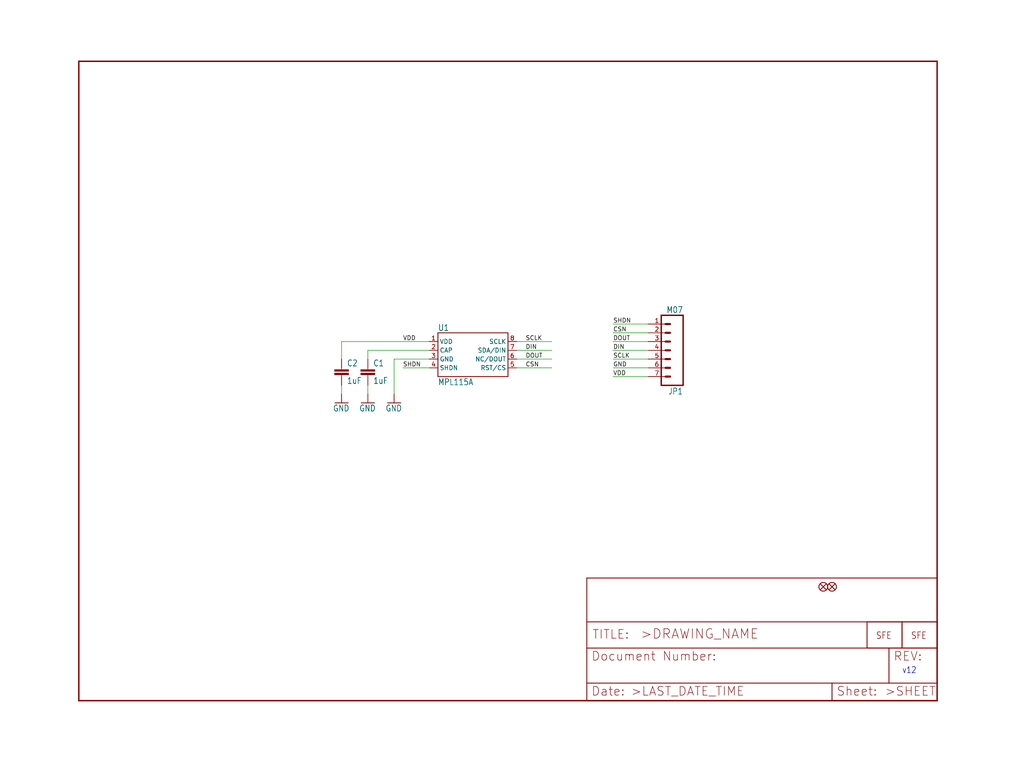
<source format=kicad_sch>
(kicad_sch (version 20211123) (generator eeschema)
  (paper "User" 297.002 223.926)
  (lib_symbols
    (symbol "eagleSchem-eagle-import:CAP0603-CAP"
      (property "Reference" "C" (at 1.524 2.921 0))
      (property "Value" "CAP0603-CAP" (at 1.524 -2.159 0))
      (symbol "CAP0603-CAP_1_0"
        (rectangle (start -2.032 0.508) (end 2.032 1.016) (fill (type outline)))
        (rectangle (start -2.032 1.524) (end 2.032 2.032) (fill (type outline)))
        (polyline (pts (xy 0 0) (xy 0 0.508)) (stroke (width 0.1524)))
        (polyline (pts (xy 0 2.54) (xy 0 2.032)) (stroke (width 0.1524)))
        (pin passive line (at 0 5.08 270) (length 2.54) (name "1") (number "1"))
        (pin passive line (at 0 -2.54 90) (length 2.54) (name "2") (number "2"))
      )
    )
    (symbol "eagleSchem-eagle-import:FIDUCIALUFIDUCIAL"
      (symbol "FIDUCIALUFIDUCIAL_1_0"
        (polyline (pts (xy -0.762 0.762) (xy 0.762 -0.762)) (stroke (width 0.254)))
        (polyline (pts (xy 0.762 0.762) (xy -0.762 -0.762)) (stroke (width 0.254)))
        (circle (center 0 0) (radius 1.27) (stroke (width 0.254)))
      )
    )
    (symbol "eagleSchem-eagle-import:FRAME-LETTER"
      (symbol "FRAME-LETTER_1_0"
        (polyline (pts (xy 0 0) (xy 248.92 0)) (stroke (width 0.4064)))
        (polyline (pts (xy 0 185.42) (xy 0 0)) (stroke (width 0.4064)))
        (polyline (pts (xy 0 185.42) (xy 248.92 185.42)) (stroke (width 0.4064)))
        (polyline (pts (xy 248.92 185.42) (xy 248.92 0)) (stroke (width 0.4064)))
      )
      (symbol "FRAME-LETTER_2_0"
        (polyline (pts (xy 0 0) (xy 0 5.08)) (stroke (width 0.254)))
        (polyline (pts (xy 0 0) (xy 71.12 0)) (stroke (width 0.254)))
        (polyline (pts (xy 0 5.08) (xy 0 15.24)) (stroke (width 0.254)))
        (polyline (pts (xy 0 5.08) (xy 71.12 5.08)) (stroke (width 0.254)))
        (polyline (pts (xy 0 15.24) (xy 0 22.86)) (stroke (width 0.254)))
        (polyline (pts (xy 0 22.86) (xy 0 35.56)) (stroke (width 0.254)))
        (polyline (pts (xy 0 22.86) (xy 101.6 22.86)) (stroke (width 0.254)))
        (polyline (pts (xy 71.12 0) (xy 101.6 0)) (stroke (width 0.254)))
        (polyline (pts (xy 71.12 5.08) (xy 71.12 0)) (stroke (width 0.254)))
        (polyline (pts (xy 71.12 5.08) (xy 87.63 5.08)) (stroke (width 0.254)))
        (polyline (pts (xy 87.63 5.08) (xy 101.6 5.08)) (stroke (width 0.254)))
        (polyline (pts (xy 87.63 15.24) (xy 0 15.24)) (stroke (width 0.254)))
        (polyline (pts (xy 87.63 15.24) (xy 87.63 5.08)) (stroke (width 0.254)))
        (polyline (pts (xy 101.6 5.08) (xy 101.6 0)) (stroke (width 0.254)))
        (polyline (pts (xy 101.6 15.24) (xy 87.63 15.24)) (stroke (width 0.254)))
        (polyline (pts (xy 101.6 15.24) (xy 101.6 5.08)) (stroke (width 0.254)))
        (polyline (pts (xy 101.6 22.86) (xy 101.6 15.24)) (stroke (width 0.254)))
        (polyline (pts (xy 101.6 35.56) (xy 0 35.56)) (stroke (width 0.254)))
        (polyline (pts (xy 101.6 35.56) (xy 101.6 22.86)) (stroke (width 0.254)))
        (text ">DRAWING_NAME" (at 15.494 17.78 0) (effects (font (size 2.7432 2.7432)) (justify left bottom)))
        (text ">LAST_DATE_TIME" (at 12.7 1.27 0) (effects (font (size 2.54 2.54)) (justify left bottom)))
        (text ">SHEET" (at 86.36 1.27 0) (effects (font (size 2.54 2.54)) (justify left bottom)))
        (text "Date:" (at 1.27 1.27 0) (effects (font (size 2.54 2.54)) (justify left bottom)))
        (text "Document Number:" (at 1.27 11.43 0) (effects (font (size 2.54 2.54)) (justify left bottom)))
        (text "REV:" (at 88.9 11.43 0) (effects (font (size 2.54 2.54)) (justify left bottom)))
        (text "Sheet:" (at 72.39 1.27 0) (effects (font (size 2.54 2.54)) (justify left bottom)))
        (text "TITLE:" (at 1.524 17.78 0) (effects (font (size 2.54 2.54)) (justify left bottom)))
      )
    )
    (symbol "eagleSchem-eagle-import:GND" (power)
      (property "Value" "GND" (at -2.54 -2.54 0))
      (symbol "GND_1_0"
        (polyline (pts (xy -1.905 0) (xy 1.905 0)) (stroke (width 0.254)))
        (pin power_in line (at 0 2.54 270) (length 2.54) (name "GND") (number "1"))
      )
    )
    (symbol "eagleSchem-eagle-import:LOGO-SFENW2"
      (symbol "LOGO-SFENW2_1_0"
        (polyline (pts (xy -2.54 -2.54) (xy 7.62 -2.54)) (stroke (width 0.254)))
        (polyline (pts (xy -2.54 5.08) (xy -2.54 -2.54)) (stroke (width 0.254)))
        (polyline (pts (xy 7.62 -2.54) (xy 7.62 5.08)) (stroke (width 0.254)))
        (polyline (pts (xy 7.62 5.08) (xy -2.54 5.08)) (stroke (width 0.254)))
        (text "SFE" (at 0 0 0) (effects (font (size 1.9304 1.6408)) (justify left bottom)))
      )
    )
    (symbol "eagleSchem-eagle-import:LOGO-SFESK"
      (symbol "LOGO-SFESK_1_0"
        (polyline (pts (xy -2.54 -2.54) (xy 7.62 -2.54)) (stroke (width 0.254)))
        (polyline (pts (xy -2.54 5.08) (xy -2.54 -2.54)) (stroke (width 0.254)))
        (polyline (pts (xy 7.62 -2.54) (xy 7.62 5.08)) (stroke (width 0.254)))
        (polyline (pts (xy 7.62 5.08) (xy -2.54 5.08)) (stroke (width 0.254)))
        (text "SFE" (at 0 0 0) (effects (font (size 1.9304 1.6408)) (justify left bottom)))
      )
    )
    (symbol "eagleSchem-eagle-import:M07"
      (property "Reference" "JP" (at -5.08 13.462 0))
      (property "Value" "M07" (at -5.08 -10.16 0))
      (symbol "M07_1_0"
        (polyline (pts (xy -5.08 12.7) (xy -5.08 -7.62)) (stroke (width 0.4064)))
        (polyline (pts (xy -5.08 12.7) (xy 1.27 12.7)) (stroke (width 0.4064)))
        (polyline (pts (xy -1.27 -5.08) (xy 0 -5.08)) (stroke (width 0.6096)))
        (polyline (pts (xy -1.27 -2.54) (xy 0 -2.54)) (stroke (width 0.6096)))
        (polyline (pts (xy -1.27 0) (xy 0 0)) (stroke (width 0.6096)))
        (polyline (pts (xy -1.27 2.54) (xy 0 2.54)) (stroke (width 0.6096)))
        (polyline (pts (xy -1.27 5.08) (xy 0 5.08)) (stroke (width 0.6096)))
        (polyline (pts (xy -1.27 7.62) (xy 0 7.62)) (stroke (width 0.6096)))
        (polyline (pts (xy -1.27 10.16) (xy 0 10.16)) (stroke (width 0.6096)))
        (polyline (pts (xy 1.27 -7.62) (xy -5.08 -7.62)) (stroke (width 0.4064)))
        (polyline (pts (xy 1.27 -7.62) (xy 1.27 12.7)) (stroke (width 0.4064)))
        (pin passive line (at 5.08 -5.08 180) (length 5.08) (name "1") (number "1"))
        (pin passive line (at 5.08 -2.54 180) (length 5.08) (name "2") (number "2"))
        (pin passive line (at 5.08 0 180) (length 5.08) (name "3") (number "3"))
        (pin passive line (at 5.08 2.54 180) (length 5.08) (name "4") (number "4"))
        (pin passive line (at 5.08 5.08 180) (length 5.08) (name "5") (number "5"))
        (pin passive line (at 5.08 7.62 180) (length 5.08) (name "6") (number "6"))
        (pin passive line (at 5.08 10.16 180) (length 5.08) (name "7") (number "7"))
      )
    )
    (symbol "eagleSchem-eagle-import:MPL115A"
      (property "Reference" "U" (at -10.16 5.588 0))
      (property "Value" "MPL115A" (at -10.16 -10.16 0))
      (symbol "MPL115A_1_0"
        (polyline (pts (xy -10.16 -7.62) (xy 10.16 -7.62)) (stroke (width 0.254)))
        (polyline (pts (xy -10.16 5.08) (xy -10.16 -7.62)) (stroke (width 0.254)))
        (polyline (pts (xy 10.16 -7.62) (xy 10.16 5.08)) (stroke (width 0.254)))
        (polyline (pts (xy 10.16 5.08) (xy -10.16 5.08)) (stroke (width 0.254)))
        (pin bidirectional line (at -12.7 2.54 0) (length 2.54) (name "VDD") (number "1"))
        (pin bidirectional line (at -12.7 0 0) (length 2.54) (name "CAP") (number "2"))
        (pin bidirectional line (at -12.7 -2.54 0) (length 2.54) (name "GND") (number "3"))
        (pin bidirectional line (at -12.7 -5.08 0) (length 2.54) (name "SHDN") (number "4"))
        (pin bidirectional line (at 12.7 -5.08 180) (length 2.54) (name "RST/CS") (number "5"))
        (pin bidirectional line (at 12.7 -2.54 180) (length 2.54) (name "NC/DOUT") (number "6"))
        (pin bidirectional line (at 12.7 0 180) (length 2.54) (name "SDA/DIN") (number "7"))
        (pin bidirectional line (at 12.7 2.54 180) (length 2.54) (name "SCLK") (number "8"))
      )
    )
  )
  (wire (pts (xy 124.46 104.14) (xy 114.3 104.14)))
  (wire (pts (xy 149.86 104.14) (xy 160.02 104.14)))
  (wire (pts (xy 99.06 99.06) (xy 124.46 99.06)))
  (wire (pts (xy 106.68 104.14) (xy 106.68 101.6)))
  (wire (pts (xy 187.96 101.6) (xy 177.8 101.6)))
  (wire (pts (xy 149.86 101.6) (xy 160.02 101.6)))
  (wire (pts (xy 99.06 114.3) (xy 99.06 111.76)))
  (wire (pts (xy 149.86 99.06) (xy 160.02 99.06)))
  (wire (pts (xy 187.96 99.06) (xy 177.8 99.06)))
  (wire (pts (xy 106.68 114.3) (xy 106.68 111.76)))
  (wire (pts (xy 187.96 93.98) (xy 177.8 93.98)))
  (wire (pts (xy 116.84 106.68) (xy 124.46 106.68)))
  (wire (pts (xy 149.86 106.68) (xy 160.02 106.68)))
  (wire (pts (xy 114.3 104.14) (xy 114.3 114.3)))
  (wire (pts (xy 187.96 109.22) (xy 177.8 109.22)))
  (wire (pts (xy 187.96 104.14) (xy 177.8 104.14)))
  (wire (pts (xy 187.96 96.52) (xy 177.8 96.52)))
  (wire (pts (xy 106.68 101.6) (xy 124.46 101.6)))
  (wire (pts (xy 187.96 106.68) (xy 177.8 106.68)))
  (wire (pts (xy 99.06 104.14) (xy 99.06 99.06)))
  (text "v12" (at 261.62 195.58 180) (effects (font (size 1.778 1.5113)) (justify left bottom)))
  (label "DIN" (at 177.8 101.6 0) (effects (font (size 1.2446 1.2446))))
  (label "VDD" (at 177.8 109.22 0) (effects (font (size 1.2446 1.2446))))
  (label "SHDN" (at 177.8 93.98 0) (effects (font (size 1.2446 1.2446))))
  (label "SHDN" (at 116.84 106.68 0) (effects (font (size 1.2446 1.2446))))
  (label "CSN" (at 152.4 106.68 0) (effects (font (size 1.2446 1.2446))))
  (label "DOUT" (at 152.4 104.14 0) (effects (font (size 1.2446 1.2446))))
  (label "CSN" (at 177.8 96.52 0) (effects (font (size 1.2446 1.2446))))
  (label "SCLK" (at 177.8 104.14 0) (effects (font (size 1.2446 1.2446))))
  (label "VDD" (at 116.84 99.06 0) (effects (font (size 1.2446 1.2446))))
  (label "GND" (at 177.8 106.68 0) (effects (font (size 1.2446 1.2446))))
  (label "SCLK" (at 152.4 99.06 0) (effects (font (size 1.2446 1.2446))))
  (label "DIN" (at 152.4 101.6 0) (effects (font (size 1.2446 1.2446))))
  (label "DOUT" (at 177.8 99.06 0) (effects (font (size 1.2446 1.2446))))
  (symbol (lib_id "eagleSchem-eagle-import:GND") (at 114.3 116.84 0) (unit 1)
    (property "Reference" "#GND4" (effects hide))
    (property "Value" "GND" (at 111.76 119.38 0) (effects (font (size 1.778 1.5113)) (justify left bottom)))
    (property "Footprint" "eagleSchem:" (effects hide))
  )
  (symbol (lib_id "eagleSchem-eagle-import:FIDUCIALUFIDUCIAL") (at 238.76 170.18 0) (unit 1)
    (property "Reference" "FID1" (effects hide))
    (property "Value" "FIDUCIALUFIDUCIAL" (effects hide))
    (property "Footprint" "eagleSchem:MICRO-FIDUCIAL" (effects hide))
  )
  (symbol (lib_id "eagleSchem-eagle-import:GND") (at 99.06 116.84 0) (unit 1)
    (property "Reference" "#GND2" (effects hide))
    (property "Value" "GND" (at 96.52 119.38 0) (effects (font (size 1.778 1.5113)) (justify left bottom)))
    (property "Footprint" "eagleSchem:" (effects hide))
  )
  (symbol (lib_id "eagleSchem-eagle-import:FIDUCIALUFIDUCIAL") (at 241.3 170.18 0) (unit 1)
    (property "Reference" "FID2" (effects hide))
    (property "Value" "FIDUCIALUFIDUCIAL" (effects hide))
    (property "Footprint" "eagleSchem:MICRO-FIDUCIAL" (effects hide))
  )
  (symbol (lib_id "eagleSchem-eagle-import:MPL115A") (at 137.16 101.6 0) (unit 1)
    (property "Reference" "U1" (at 127 96.012 0) (effects (font (size 1.778 1.5113)) (justify left bottom)))
    (property "Value" "MPL115A" (at 127 111.76 0) (effects (font (size 1.778 1.5113)) (justify left bottom)))
    (property "Footprint" "eagleSchem:LGA8" (effects hide))
  )
  (symbol (lib_id "eagleSchem-eagle-import:CAP0603-CAP") (at 106.68 109.22 0) (unit 1)
    (property "Reference" "C1" (at 108.204 106.299 0) (effects (font (size 1.778 1.5113)) (justify left bottom)))
    (property "Value" "1uF" (at 108.204 111.379 0) (effects (font (size 1.778 1.5113)) (justify left bottom)))
    (property "Footprint" "eagleSchem:0603-CAP" (effects hide))
  )
  (symbol (lib_id "eagleSchem-eagle-import:FRAME-LETTER") (at 22.86 203.2 0) (unit 1)
    (property "Reference" "#FRAME1" (effects hide))
    (property "Value" "FRAME-LETTER" (effects hide))
    (property "Footprint" "eagleSchem:" (effects hide))
  )
  (symbol (lib_id "eagleSchem-eagle-import:M07") (at 193.04 99.06 180) (unit 1)
    (property "Reference" "JP1" (at 198.12 112.522 0) (effects (font (size 1.778 1.5113)) (justify left bottom)))
    (property "Value" "M07" (at 198.12 88.9 0) (effects (font (size 1.778 1.5113)) (justify left bottom)))
    (property "Footprint" "eagleSchem:1X07" (effects hide))
  )
  (symbol (lib_id "eagleSchem-eagle-import:LOGO-SFESK") (at 264.16 185.42 0) (unit 1)
    (property "Reference" "JP2" (effects hide))
    (property "Value" "LOGO-SFESK" (effects hide))
    (property "Footprint" "eagleSchem:SFE-LOGO-FLAME" (effects hide))
  )
  (symbol (lib_id "eagleSchem-eagle-import:GND") (at 106.68 116.84 0) (unit 1)
    (property "Reference" "#GND1" (effects hide))
    (property "Value" "GND" (at 104.14 119.38 0) (effects (font (size 1.778 1.5113)) (justify left bottom)))
    (property "Footprint" "eagleSchem:" (effects hide))
  )
  (symbol (lib_id "eagleSchem-eagle-import:FRAME-LETTER") (at 170.18 203.2 0) (unit 2)
    (property "Reference" "#FRAME1" (effects hide))
    (property "Value" "FRAME-LETTER" (effects hide))
    (property "Footprint" "eagleSchem:" (effects hide))
  )
  (symbol (lib_id "eagleSchem-eagle-import:LOGO-SFENW2") (at 254 185.42 0) (unit 1)
    (property "Reference" "JP3" (effects hide))
    (property "Value" "LOGO-SFENW2" (effects hide))
    (property "Footprint" "eagleSchem:SFE-NEW-WEB" (effects hide))
  )
  (symbol (lib_id "eagleSchem-eagle-import:CAP0603-CAP") (at 99.06 109.22 0) (unit 1)
    (property "Reference" "C2" (at 100.584 106.299 0) (effects (font (size 1.778 1.5113)) (justify left bottom)))
    (property "Value" "1uF" (at 100.584 111.379 0) (effects (font (size 1.778 1.5113)) (justify left bottom)))
    (property "Footprint" "eagleSchem:0603-CAP" (effects hide))
  )
)
</source>
